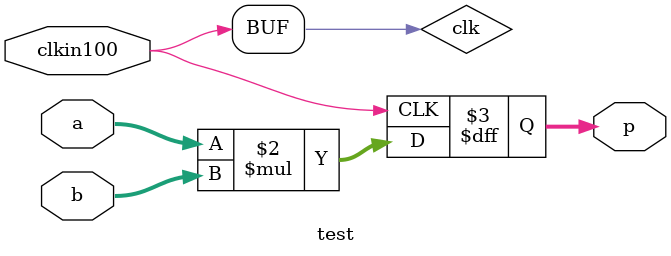
<source format=v>

module test (
    input   wire        clkin100,
    input   wire[3:0]   a, b,
    output  reg[7:0]   p
);

    wire clk;
    assign clk = clkin100;

    always @(posedge clk) begin
        p <= a * b;
    end

endmodule


</source>
